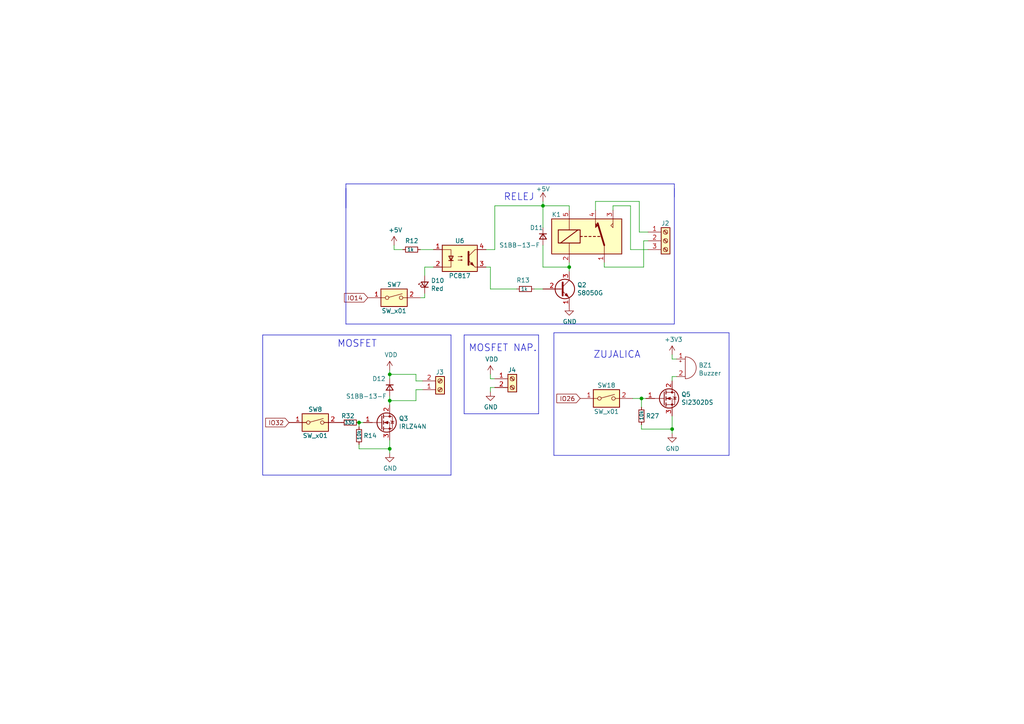
<source format=kicad_sch>
(kicad_sch (version 20230121) (generator eeschema)
  (paper "A4")
  (title_block (title "ESP32IoTPlatform") (date "2022-02-09") (rev "v4r1") (company "TVZ"))
  (lib_symbols
    (symbol "Connector:Screw_Terminal_01x02" (pin_names (offset 1.016) hide)
      (property "Reference" "J" (at 0 2.54 0))
      (property "Value" "Screw_Terminal_01x02" (at 0 -5.08 0))
      (symbol "Screw_Terminal_01x02_1_1"
        (rectangle (start -1.27 1.27) (end 1.27 -3.81) (stroke (width 0.254)) (fill (type background)))
        (circle (center 0 -2.54) (radius 0.635) (stroke (width 0.1524)))
        (polyline (pts (xy -0.5334 -2.2098) (xy 0.3302 -3.048)) (stroke (width 0.1524)))
        (polyline (pts (xy -0.5334 0.3302) (xy 0.3302 -0.508)) (stroke (width 0.1524)))
        (polyline (pts (xy -0.3556 -2.032) (xy 0.508 -2.8702)) (stroke (width 0.1524)))
        (polyline (pts (xy -0.3556 0.508) (xy 0.508 -0.3302)) (stroke (width 0.1524)))
        (circle (center 0 0) (radius 0.635) (stroke (width 0.1524)))
        (pin passive line (at -5.08 0 0) (length 3.81) (name "Pin_1") (number "1"))
        (pin passive line (at -5.08 -2.54 0) (length 3.81) (name "Pin_2") (number "2"))
      )
    )
    (symbol "Connector:Screw_Terminal_01x03" (pin_names (offset 1.016) hide)
      (property "Reference" "J" (at 0 5.08 0))
      (property "Value" "Screw_Terminal_01x03" (at 0 -5.08 0))
      (symbol "Screw_Terminal_01x03_1_1"
        (rectangle (start -1.27 3.81) (end 1.27 -3.81) (stroke (width 0.254)) (fill (type background)))
        (circle (center 0 -2.54) (radius 0.635) (stroke (width 0.1524)))
        (polyline (pts (xy -0.5334 -2.2098) (xy 0.3302 -3.048)) (stroke (width 0.1524)))
        (polyline (pts (xy -0.5334 0.3302) (xy 0.3302 -0.508)) (stroke (width 0.1524)))
        (polyline (pts (xy -0.5334 2.8702) (xy 0.3302 2.032)) (stroke (width 0.1524)))
        (polyline (pts (xy -0.3556 -2.032) (xy 0.508 -2.8702)) (stroke (width 0.1524)))
        (polyline (pts (xy -0.3556 0.508) (xy 0.508 -0.3302)) (stroke (width 0.1524)))
        (polyline (pts (xy -0.3556 3.048) (xy 0.508 2.2098)) (stroke (width 0.1524)))
        (circle (center 0 0) (radius 0.635) (stroke (width 0.1524)))
        (circle (center 0 2.54) (radius 0.635) (stroke (width 0.1524)))
        (pin passive line (at -5.08 2.54 0) (length 3.81) (name "Pin_1") (number "1"))
        (pin passive line (at -5.08 0 0) (length 3.81) (name "Pin_2") (number "2"))
        (pin passive line (at -5.08 -2.54 0) (length 3.81) (name "Pin_3") (number "3"))
      )
    )
    (symbol "Device:Buzzer" (pin_names (offset 0.0254) hide)
      (property "Reference" "BZ" (at 3.81 1.27 0))
      (property "Value" "Buzzer" (at 3.81 -1.27 0))
      (symbol "Buzzer_0_1"
        (arc (start 0 -3.175) (mid 3.1612 0) (end 0 3.175))
        (polyline (pts (xy -1.651 1.905) (xy -1.143 1.905)))
        (polyline (pts (xy -1.397 2.159) (xy -1.397 1.651)))
        (polyline (pts (xy 0 3.175) (xy 0 -3.175)))
      )
      (symbol "Buzzer_1_1"
        (pin passive line (at -2.54 2.54 0) (length 2.54) (name "-") (number "1"))
        (pin passive line (at -2.54 -2.54 0) (length 2.54) (name "+") (number "2"))
      )
    )
    (symbol "Device:D_Small" (pin_numbers hide) (pin_names (offset 0.254) hide)
      (property "Reference" "D" (at -1.27 2.032 0))
      (property "Value" "D_Small" (at -3.81 -2.032 0))
      (symbol "D_Small_0_1"
        (polyline (pts (xy -0.762 -1.016) (xy -0.762 1.016)) (stroke (width 0.254)))
        (polyline (pts (xy -0.762 0) (xy 0.762 0)))
        (polyline (pts (xy 0.762 -1.016) (xy -0.762 0) (xy 0.762 1.016) (xy 0.762 -1.016)) (stroke (width 0.254)))
      )
      (symbol "D_Small_1_1"
        (pin passive line (at -2.54 0 0) (length 1.778) (name "K") (number "1"))
        (pin passive line (at 2.54 0 180) (length 1.778) (name "A") (number "2"))
      )
    )
    (symbol "Device:LED_Small" (pin_numbers hide) (pin_names (offset 0.254) hide)
      (property "Reference" "D" (at -1.27 3.175 0))
      (property "Value" "LED_Small" (at -4.445 -2.54 0))
      (symbol "LED_Small_0_1"
        (polyline (pts (xy -0.762 -1.016) (xy -0.762 1.016)) (stroke (width 0.254)))
        (polyline (pts (xy 1.016 0) (xy -0.762 0)))
        (polyline (pts (xy 0.762 -1.016) (xy -0.762 0) (xy 0.762 1.016) (xy 0.762 -1.016)) (stroke (width 0.254)))
        (polyline (pts (xy 0 0.762) (xy -0.508 1.27) (xy -0.254 1.27) (xy -0.508 1.27) (xy -0.508 1.016)))
        (polyline (pts (xy 0.508 1.27) (xy 0 1.778) (xy 0.254 1.778) (xy 0 1.778) (xy 0 1.524)))
      )
      (symbol "LED_Small_1_1"
        (pin passive line (at -2.54 0 0) (length 1.778) (name "K") (number "1"))
        (pin passive line (at 2.54 0 180) (length 1.778) (name "A") (number "2"))
      )
    )
    (symbol "Device:R_Small" (pin_numbers hide) (pin_names (offset 0.254) hide)
      (property "Reference" "R" (at 0.762 0.508 0))
      (property "Value" "R_Small" (at 0.762 -1.016 0))
      (symbol "R_Small_0_1"
        (rectangle (start -0.762 1.778) (end 0.762 -1.778) (stroke (width 0.2032)))
      )
      (symbol "R_Small_1_1"
        (pin passive line (at 0 2.54 270) (length 0.762) (name "~") (number "1"))
        (pin passive line (at 0 -2.54 90) (length 0.762) (name "~") (number "2"))
      )
    )
    (symbol "Isolator:PC817" (pin_names (offset 1.016))
      (property "Reference" "U" (at -5.08 5.08 0))
      (property "Value" "PC817" (at 0 5.08 0))
      (symbol "PC817_0_1"
        (rectangle (start -5.08 3.81) (end 5.08 -3.81) (stroke (width 0.254)) (fill (type background)))
        (polyline (pts (xy -3.175 -0.635) (xy -1.905 -0.635)) (stroke (width 0.254)))
        (polyline (pts (xy 2.54 0.635) (xy 4.445 2.54)))
        (polyline (pts (xy 4.445 -2.54) (xy 2.54 -0.635)) (fill (type outline)))
        (polyline (pts (xy 4.445 -2.54) (xy 5.08 -2.54)))
        (polyline (pts (xy 4.445 2.54) (xy 5.08 2.54)))
        (polyline (pts (xy -5.08 2.54) (xy -2.54 2.54) (xy -2.54 -0.635)))
        (polyline (pts (xy -2.54 -0.635) (xy -2.54 -2.54) (xy -5.08 -2.54)))
        (polyline (pts (xy 2.54 1.905) (xy 2.54 -1.905) (xy 2.54 -1.905)) (stroke (width 0.508)))
        (polyline (pts (xy -2.54 -0.635) (xy -3.175 0.635) (xy -1.905 0.635) (xy -2.54 -0.635)) (stroke (width 0.254)))
        (polyline (pts (xy -0.508 -0.508) (xy 0.762 -0.508) (xy 0.381 -0.635) (xy 0.381 -0.381) (xy 0.762 -0.508)))
        (polyline (pts (xy -0.508 0.508) (xy 0.762 0.508) (xy 0.381 0.381) (xy 0.381 0.635) (xy 0.762 0.508)))
        (polyline (pts (xy 3.048 -1.651) (xy 3.556 -1.143) (xy 4.064 -2.159) (xy 3.048 -1.651) (xy 3.048 -1.651)) (fill (type outline)))
      )
      (symbol "PC817_1_1"
        (pin passive line (at -7.62 2.54 0) (length 2.54) (name "~") (number "1"))
        (pin passive line (at -7.62 -2.54 0) (length 2.54) (name "~") (number "2"))
        (pin passive line (at 7.62 -2.54 180) (length 2.54) (name "~") (number "3"))
        (pin passive line (at 7.62 2.54 180) (length 2.54) (name "~") (number "4"))
      )
    )
    (symbol "Relay:SANYOU_SRD_Form_C"
      (property "Reference" "K" (at 11.43 3.81 0))
      (property "Value" "SANYOU_SRD_Form_C" (at 11.43 1.27 0))
      (symbol "SANYOU_SRD_Form_C_0_0"
        (polyline (pts (xy 7.62 5.08) (xy 7.62 2.54) (xy 6.985 3.175) (xy 7.62 3.81)))
      )
      (symbol "SANYOU_SRD_Form_C_0_1"
        (rectangle (start -10.16 5.08) (end 10.16 -5.08) (stroke (width 0.254)) (fill (type background)))
        (rectangle (start -8.255 1.905) (end -1.905 -1.905) (stroke (width 0.254)))
        (polyline (pts (xy -7.62 -1.905) (xy -2.54 1.905)) (stroke (width 0.254)))
        (polyline (pts (xy -5.08 -5.08) (xy -5.08 -1.905)))
        (polyline (pts (xy -5.08 5.08) (xy -5.08 1.905)))
        (polyline (pts (xy -1.905 0) (xy -1.27 0)) (stroke (width 0.254)))
        (polyline (pts (xy -0.635 0) (xy 0 0)) (stroke (width 0.254)))
        (polyline (pts (xy 0.635 0) (xy 1.27 0)) (stroke (width 0.254)))
        (polyline (pts (xy 1.905 0) (xy 2.54 0)) (stroke (width 0.254)))
        (polyline (pts (xy 3.175 0) (xy 3.81 0)) (stroke (width 0.254)))
        (polyline (pts (xy 5.08 -2.54) (xy 3.175 3.81)) (stroke (width 0.508)))
        (polyline (pts (xy 5.08 -2.54) (xy 5.08 -5.08)))
      )
      (symbol "SANYOU_SRD_Form_C_1_1"
        (polyline (pts (xy 2.54 3.81) (xy 3.175 3.175) (xy 2.54 2.54) (xy 2.54 5.08)) (fill (type outline)))
        (pin passive line (at 5.08 -7.62 90) (length 2.54) (name "~") (number "1"))
        (pin passive line (at -5.08 -7.62 90) (length 2.54) (name "~") (number "2"))
        (pin passive line (at 7.62 7.62 270) (length 2.54) (name "~") (number "3"))
        (pin passive line (at 2.54 7.62 270) (length 2.54) (name "~") (number "4"))
        (pin passive line (at -5.08 7.62 270) (length 2.54) (name "~") (number "5"))
      )
    )
    (symbol "Switch:SW_DIP_x01" (pin_names (offset 0) hide)
      (property "Reference" "SW" (at 0 3.81 0))
      (property "Value" "SW_DIP_x01" (at 0 -3.81 0))
      (symbol "SW_DIP_x01_0_0"
        (circle (center -2.032 0) (radius 0.508))
        (polyline (pts (xy -1.524 0.127) (xy 2.3622 1.1684)))
        (circle (center 2.032 0) (radius 0.508))
      )
      (symbol "SW_DIP_x01_0_1"
        (rectangle (start -3.81 2.54) (end 3.81 -2.54) (stroke (width 0.254)) (fill (type background)))
      )
      (symbol "SW_DIP_x01_1_1"
        (pin passive line (at -7.62 0 0) (length 5.08) (name "~") (number "1"))
        (pin passive line (at 7.62 0 180) (length 5.08) (name "~") (number "2"))
      )
    )
    (symbol "Transistor_BJT:S8050" (pin_names (offset 0) hide)
      (property "Reference" "Q" (at 5.08 1.905 0))
      (property "Value" "S8050" (at 5.08 0 0))
      (symbol "S8050_0_1"
        (polyline (pts (xy 0 0) (xy 0.635 0)))
        (polyline (pts (xy 0.635 0.635) (xy 2.54 2.54)))
        (polyline (pts (xy 0.635 -0.635) (xy 2.54 -2.54) (xy 2.54 -2.54)))
        (polyline (pts (xy 0.635 1.905) (xy 0.635 -1.905) (xy 0.635 -1.905)) (stroke (width 0.508)))
        (polyline (pts (xy 1.27 -1.778) (xy 1.778 -1.27) (xy 2.286 -2.286) (xy 1.27 -1.778) (xy 1.27 -1.778)) (fill (type outline)))
        (circle (center 1.27 0) (radius 2.8194) (stroke (width 0.254)))
      )
      (symbol "S8050_1_1"
        (pin passive line (at 2.54 -5.08 90) (length 2.54) (name "E") (number "1"))
        (pin input line (at -5.08 0 0) (length 5.08) (name "B") (number "2"))
        (pin passive line (at 2.54 5.08 270) (length 2.54) (name "C") (number "3"))
      )
    )
    (symbol "Transistor_FET:IRLZ44N" (pin_names hide)
      (property "Reference" "Q" (at 6.35 1.905 0))
      (property "Value" "IRLZ44N" (at 6.35 0 0))
      (symbol "IRLZ44N_0_1"
        (polyline (pts (xy 0.254 0) (xy -2.54 0)))
        (polyline (pts (xy 0.254 1.905) (xy 0.254 -1.905)) (stroke (width 0.254)))
        (polyline (pts (xy 0.762 -1.27) (xy 0.762 -2.286)) (stroke (width 0.254)))
        (polyline (pts (xy 0.762 0.508) (xy 0.762 -0.508)) (stroke (width 0.254)))
        (polyline (pts (xy 0.762 2.286) (xy 0.762 1.27)) (stroke (width 0.254)))
        (polyline (pts (xy 2.54 2.54) (xy 2.54 1.778)))
        (polyline (pts (xy 2.54 -2.54) (xy 2.54 0) (xy 0.762 0)))
        (polyline (pts (xy 0.762 -1.778) (xy 3.302 -1.778) (xy 3.302 1.778) (xy 0.762 1.778)))
        (polyline (pts (xy 1.016 0) (xy 2.032 0.381) (xy 2.032 -0.381) (xy 1.016 0)) (fill (type outline)))
        (polyline (pts (xy 2.794 0.508) (xy 2.921 0.381) (xy 3.683 0.381) (xy 3.81 0.254)))
        (polyline (pts (xy 3.302 0.381) (xy 2.921 -0.254) (xy 3.683 -0.254) (xy 3.302 0.381)))
        (circle (center 1.651 0) (radius 2.794) (stroke (width 0.254)))
        (circle (center 2.54 -1.778) (radius 0.254) (fill (type outline)))
        (circle (center 2.54 1.778) (radius 0.254) (fill (type outline)))
      )
      (symbol "IRLZ44N_1_1"
        (pin input line (at -5.08 0 0) (length 2.54) (name "G") (number "1"))
        (pin passive line (at 2.54 5.08 270) (length 2.54) (name "D") (number "2"))
        (pin passive line (at 2.54 -5.08 90) (length 2.54) (name "S") (number "3"))
      )
    )
    (symbol "power:+3V3" (power) (pin_names (offset 0))
      (property "Value" "+3V3" (at 0 3.556 0))
      (symbol "+3V3_0_1"
        (polyline (pts (xy -0.762 1.27) (xy 0 2.54)))
        (polyline (pts (xy 0 0) (xy 0 2.54)))
        (polyline (pts (xy 0 2.54) (xy 0.762 1.27)))
      )
      (symbol "+3V3_1_1"
        (pin power_in line (at 0 0 90) (length 0) hide (name "+3V3") (number "1"))
      )
    )
    (symbol "power:+5V" (power) (pin_names (offset 0))
      (property "Value" "+5V" (at 0 3.556 0))
      (symbol "+5V_0_1"
        (polyline (pts (xy -0.762 1.27) (xy 0 2.54)))
        (polyline (pts (xy 0 0) (xy 0 2.54)))
        (polyline (pts (xy 0 2.54) (xy 0.762 1.27)))
      )
      (symbol "+5V_1_1"
        (pin power_in line (at 0 0 90) (length 0) hide (name "+5V") (number "1"))
      )
    )
    (symbol "power:GND" (power) (pin_names (offset 0))
      (property "Value" "GND" (at 0 -3.81 0))
      (symbol "GND_0_1"
        (polyline (pts (xy 0 0) (xy 0 -1.27) (xy 1.27 -1.27) (xy 0 -2.54) (xy -1.27 -1.27) (xy 0 -1.27)))
      )
      (symbol "GND_1_1"
        (pin power_in line (at 0 0 270) (length 0) hide (name "GND") (number "1"))
      )
    )
    (symbol "power:VDD" (power) (pin_names (offset 0))
      (property "Value" "VDD" (at 0 3.81 0))
      (symbol "VDD_0_1"
        (polyline (pts (xy -0.762 1.27) (xy 0 2.54)))
        (polyline (pts (xy 0 0) (xy 0 2.54)))
        (polyline (pts (xy 0 2.54) (xy 0.762 1.27)))
      )
      (symbol "VDD_1_1"
        (pin power_in line (at 0 0 90) (length 0) hide (name "VDD") (number "1"))
      )
    )
  )
  (junction (at 186.055 115.57))
  (junction (at 113.03 108.585))
  (junction (at 113.03 130.175))
  (junction (at 157.48 59.69))
  (junction (at 194.945 124.46))
  (junction (at 165.1 77.47))
  (junction (at 104.14 122.555))
  (junction (at 113.03 116.205))
  (wire (pts (xy 186.055 115.57) (xy 186.055 118.11)))
  (wire (pts (xy 104.14 130.175) (xy 113.03 130.175)))
  (wire (pts (xy 120.65 113.03) (xy 120.65 116.205)))
  (polyline (pts (xy 211.455 132.08) (xy 211.455 96.52)))
  (wire (pts (xy 104.14 128.905) (xy 104.14 130.175)))
  (polyline (pts (xy 76.2 97.155) (xy 130.81 97.155)))
  (wire (pts (xy 113.03 116.205) (xy 120.65 116.205)))
  (polyline (pts (xy 211.455 96.52) (xy 160.655 96.52)))
  (wire (pts (xy 143.51 72.39) (xy 140.97 72.39)))
  (wire (pts (xy 165.1 77.47) (xy 157.48 77.47)))
  (wire (pts (xy 123.19 77.47) (xy 123.19 80.01)))
  (wire (pts (xy 113.03 130.175) (xy 113.03 127.635)))
  (wire (pts (xy 165.1 76.2) (xy 165.1 77.47)))
  (wire (pts (xy 142.24 77.47) (xy 142.24 83.82)))
  (wire (pts (xy 157.48 83.82) (xy 154.94 83.82)))
  (polyline (pts (xy 130.81 97.155) (xy 130.81 137.795)))
  (wire (pts (xy 175.26 76.2) (xy 175.26 77.47)))
  (polyline (pts (xy 195.58 53.34) (xy 100.33 53.34)))
  (polyline (pts (xy 160.655 132.08) (xy 211.455 132.08)))
  (wire (pts (xy 125.73 77.47) (xy 123.19 77.47)))
  (wire (pts (xy 142.24 112.395) (xy 143.51 112.395)))
  (wire (pts (xy 194.945 109.22) (xy 194.945 110.49)))
  (polyline (pts (xy 76.2 137.795) (xy 76.2 97.155)))
  (wire (pts (xy 187.96 72.39) (xy 182.88 72.39)))
  (wire (pts (xy 185.42 67.31) (xy 187.96 67.31)))
  (wire (pts (xy 122.555 113.03) (xy 120.65 113.03)))
  (polyline (pts (xy 195.58 54.61) (xy 195.58 93.98)))
  (wire (pts (xy 187.325 115.57) (xy 186.055 115.57)))
  (wire (pts (xy 142.24 113.665) (xy 142.24 112.395)))
  (polyline (pts (xy 195.58 57.15) (xy 195.58 53.34)))
  (wire (pts (xy 157.48 58.42) (xy 157.48 59.69)))
  (wire (pts (xy 157.48 59.69) (xy 157.48 66.04)))
  (wire (pts (xy 104.14 122.555) (xy 105.41 122.555)))
  (wire (pts (xy 186.69 69.85) (xy 187.96 69.85)))
  (wire (pts (xy 185.42 58.42) (xy 185.42 67.31)))
  (wire (pts (xy 165.1 60.96) (xy 165.1 59.69)))
  (wire (pts (xy 196.215 104.14) (xy 194.945 104.14)))
  (polyline (pts (xy 160.655 96.52) (xy 160.655 132.08)))
  (wire (pts (xy 183.515 115.57) (xy 186.055 115.57)))
  (wire (pts (xy 182.88 72.39) (xy 182.88 59.69)))
  (wire (pts (xy 143.51 59.69) (xy 157.48 59.69)))
  (wire (pts (xy 113.03 131.445) (xy 113.03 130.175)))
  (wire (pts (xy 194.945 125.73) (xy 194.945 124.46)))
  (wire (pts (xy 186.69 77.47) (xy 186.69 69.85)))
  (wire (pts (xy 113.03 108.585) (xy 113.03 109.855)))
  (wire (pts (xy 194.945 104.14) (xy 194.945 102.87)))
  (wire (pts (xy 120.65 110.49) (xy 120.65 108.585)))
  (wire (pts (xy 196.215 109.22) (xy 194.945 109.22)))
  (wire (pts (xy 142.24 108.585) (xy 142.24 109.855)))
  (wire (pts (xy 177.8 59.69) (xy 177.8 60.96)))
  (wire (pts (xy 104.14 123.825) (xy 104.14 122.555)))
  (wire (pts (xy 123.19 86.36) (xy 123.19 85.09)))
  (wire (pts (xy 175.26 77.47) (xy 186.69 77.47)))
  (polyline (pts (xy 100.33 53.34) (xy 100.33 60.325)))
  (polyline (pts (xy 100.33 54.61) (xy 100.33 93.98)))
  (wire (pts (xy 172.72 58.42) (xy 185.42 58.42)))
  (wire (pts (xy 157.48 77.47) (xy 157.48 71.12)))
  (wire (pts (xy 113.03 107.315) (xy 113.03 108.585)))
  (wire (pts (xy 113.03 114.935) (xy 113.03 116.205)))
  (wire (pts (xy 120.65 108.585) (xy 113.03 108.585)))
  (polyline (pts (xy 156.21 97.155) (xy 156.21 120.015)))
  (wire (pts (xy 186.055 124.46) (xy 194.945 124.46)))
  (wire (pts (xy 143.51 59.69) (xy 143.51 72.39)))
  (wire (pts (xy 142.24 109.855) (xy 143.51 109.855)))
  (polyline (pts (xy 134.62 97.155) (xy 134.62 120.015)))
  (wire (pts (xy 121.92 72.39) (xy 125.73 72.39)))
  (wire (pts (xy 122.555 110.49) (xy 120.65 110.49)))
  (wire (pts (xy 142.24 77.47) (xy 140.97 77.47)))
  (wire (pts (xy 142.24 83.82) (xy 149.86 83.82)))
  (wire (pts (xy 172.72 58.42) (xy 172.72 60.96)))
  (wire (pts (xy 113.03 116.205) (xy 113.03 117.475)))
  (polyline (pts (xy 156.21 120.015) (xy 134.62 120.015)))
  (wire (pts (xy 182.88 59.69) (xy 177.8 59.69)))
  (polyline (pts (xy 130.81 137.795) (xy 76.2 137.795)))
  (polyline (pts (xy 195.58 93.98) (xy 100.33 93.98)))
  (wire (pts (xy 194.945 124.46) (xy 194.945 120.65)))
  (wire (pts (xy 165.1 59.69) (xy 157.48 59.69)))
  (wire (pts (xy 186.055 123.19) (xy 186.055 124.46)))
  (wire (pts (xy 165.1 78.74) (xy 165.1 77.47)))
  (wire (pts (xy 114.3 72.39) (xy 116.84 72.39)))
  (wire (pts (xy 114.3 71.12) (xy 114.3 72.39)))
  (wire (pts (xy 121.92 86.36) (xy 123.19 86.36)))
  (polyline (pts (xy 134.62 97.155) (xy 156.21 97.155)))
  (text "ZUJALICA" (at 172.085 104.14 0) (effects (font (size 2.0066 2.0066)) (justify left bottom)))
  (text "MOSFET NAP." (at 135.89 102.235 0) (effects (font (size 2.0066 2.0066)) (justify left bottom)))
  (text "RELEJ" (at 146.05 58.42 0) (effects (font (size 2.0066 2.0066)) (justify left bottom)))
  (text "MOSFET" (at 97.79 100.965 0) (effects (font (size 2.0066 2.0066)) (justify left bottom)))
  (global_label "IO32" (shape input) (at 83.82 122.555 180) (property "Intersheetrefs" "${INTERSHEET_REFS}" (effects hide)))
  (global_label "IO14" (shape input) (at 106.68 86.36 180) (property "Intersheetrefs" "${INTERSHEET_REFS}" (effects hide)))
  (global_label "IO26" (shape input) (at 168.275 115.57 180) (property "Intersheetrefs" "${INTERSHEET_REFS}" (effects hide)))
  (symbol (lib_id "Transistor_FET:IRLZ44N") (at 110.49 122.555 0) (unit 1)
    (property "Reference" "Q3" (at 115.6716 121.3866 0) (effects (justify left)))
    (property "Value" "IRLZ44N" (at 115.6716 123.698 0) (effects (justify left)))
    (property "Footprint" "Package_TO_SOT_THT:TO-220-3_Vertical" (effects hide))
    (property "Datasheet" "http://www.irf.com/product-info/datasheets/data/irlz44n.pdf" (effects hide))
  )
  (symbol (lib_id "power:GND") (at 113.03 131.445 0) (unit 1)
    (property "Reference" "#PWR0158" (effects hide))
    (property "Value" "GND" (at 113.157 135.8392 0))
  )
  (symbol (lib_id "Device:R_Small") (at 119.38 72.39 90) (unit 1)
    (property "Reference" "R12" (at 117.475 69.85 90) (effects (justify right)))
    (property "Value" "1k" (at 118.11 72.39 90) (effects (font (size 1 1)) (justify right)))
    (property "Footprint" "Resistor_SMD:R_0805_2012Metric" (effects hide))
  )
  (symbol (lib_id "Device:D_Small") (at 157.48 68.58 270) (unit 1)
    (property "Reference" "D11" (at 153.67 66.04 90) (effects (justify left)))
    (property "Value" "S1BB-13-F" (at 144.78 71.12 90) (effects (justify left)))
    (property "Footprint" "Diode_SMD:D_SMA" (effects hide))
  )
  (symbol (lib_id "Transistor_FET:IRLZ44N") (at 192.405 115.57 0) (unit 1)
    (property "Reference" "Q5" (at 197.5866 114.4016 0) (effects (justify left)))
    (property "Value" "SI2302DS" (at 197.5866 116.713 0) (effects (justify left)))
    (property "Footprint" "Package_TO_SOT_SMD:SOT-23" (effects hide))
    (property "Datasheet" "http://www.irf.com/product-info/datasheets/data/irlz44n.pdf" (effects hide))
  )
  (symbol (lib_id "power:GND") (at 194.945 125.73 0) (unit 1)
    (property "Reference" "#PWR0155" (effects hide))
    (property "Value" "GND" (at 195.072 130.1242 0))
  )
  (symbol (lib_id "Device:LED_Small") (at 123.19 82.55 90) (unit 1)
    (property "Reference" "D10" (at 124.968 81.3816 90) (effects (justify right)))
    (property "Value" "Red" (at 124.968 83.693 90) (effects (justify right)))
    (property "Footprint" "LED_SMD:LED_0805_2012Metric" (effects hide))
  )
  (symbol (lib_id "Device:R_Small") (at 152.4 83.82 270) (unit 1)
    (property "Reference" "R13" (at 153.67 81.28 90) (effects (justify right)))
    (property "Value" "1k" (at 153.035 83.82 90) (effects (font (size 1 1)) (justify right)))
    (property "Footprint" "Resistor_SMD:R_0805_2012Metric" (effects hide))
  )
  (symbol (lib_id "power:GND") (at 142.24 113.665 0) (unit 1)
    (property "Reference" "#PWR0152" (effects hide))
    (property "Value" "GND" (at 142.367 118.0592 0))
  )
  (symbol (lib_id "Transistor_BJT:S8050") (at 162.56 83.82 0) (unit 1)
    (property "Reference" "Q2" (at 167.386 82.6516 0) (effects (justify left)))
    (property "Value" "S8050G" (at 167.386 84.963 0) (effects (justify left)))
    (property "Footprint" "Package_TO_SOT_SMD:SOT-23" (effects hide))
    (property "Datasheet" "http://www.unisonic.com.tw/datasheet/S8050.pdf" (effects hide))
  )
  (symbol (lib_id "Device:D_Small") (at 113.03 112.395 270) (unit 1)
    (property "Reference" "D12" (at 107.95 109.855 90) (effects (justify left)))
    (property "Value" "S1BB-13-F" (at 100.33 114.935 90) (effects (justify left)))
    (property "Footprint" "Diode_SMD:D_SMA" (effects hide))
  )
  (symbol (lib_id "Switch:SW_DIP_x01") (at 91.44 122.555 0) (unit 1)
    (property "Reference" "SW8" (at 91.44 118.745 0))
    (property "Value" "SW_x01" (at 91.44 126.365 0))
    (property "Footprint" "Button_Switch_SMD:SW_DIP_SPSTx01_Slide_6.7x4.1mm_W6.73mm_P2.54mm_LowProfile_JPin" (effects hide))
  )
  (symbol (lib_id "Isolator:PC817") (at 133.35 74.93 0) (unit 1)
    (property "Reference" "U6" (at 133.35 69.85 0))
    (property "Value" "PC817" (at 133.35 80.01 0))
    (property "Footprint" "Package_DIP:DIP-4_W7.62mm" (effects hide))
    (property "Datasheet" "http://www.soselectronic.cz/a_info/resource/d/pc817.pdf" (effects hide))
  )
  (symbol (lib_id "Connector:Screw_Terminal_01x02") (at 127.635 113.03 0) (mirror x) (unit 1)
    (property "Reference" "J3" (at 126.365 107.95 0) (effects (justify left)))
    (property "Value" "Screw_Terminal_01x02" (effects hide))
    (property "Footprint" "TerminalBlock_Phoenix:TerminalBlock_Phoenix_MKDS-1,5-2-5.08_1x02_P5.08mm_Horizontal" (effects hide))
  )
  (symbol (lib_id "Switch:SW_DIP_x01") (at 114.3 86.36 0) (unit 1)
    (property "Reference" "SW7" (at 114.3 82.55 0))
    (property "Value" "SW_x01" (at 114.3 90.17 0))
    (property "Footprint" "Button_Switch_SMD:SW_DIP_SPSTx01_Slide_6.7x4.1mm_W6.73mm_P2.54mm_LowProfile_JPin" (effects hide))
  )
  (symbol (lib_id "Connector:Screw_Terminal_01x02") (at 148.59 109.855 0) (unit 1)
    (property "Reference" "J4" (at 147.32 107.315 0) (effects (justify left)))
    (property "Value" "Screw_Terminal_01x02" (effects hide))
    (property "Footprint" "TerminalBlock_Phoenix:TerminalBlock_Phoenix_MKDS-1,5-2-5.08_1x02_P5.08mm_Horizontal" (effects hide))
  )
  (symbol (lib_id "power:GND") (at 165.1 88.9 0) (unit 1)
    (property "Reference" "#PWR0156" (effects hide))
    (property "Value" "GND" (at 165.227 93.2942 0))
  )
  (symbol (lib_id "power:+3V3") (at 194.945 102.87 0) (unit 1)
    (property "Reference" "#PWR0154" (effects hide))
    (property "Value" "+3V3" (at 195.326 98.4758 0))
  )
  (symbol (lib_id "power:VDD") (at 142.24 108.585 0) (unit 1)
    (property "Reference" "#PWR0153" (effects hide))
    (property "Value" "VDD" (at 142.621 104.1908 0))
  )
  (symbol (lib_id "Connector:Screw_Terminal_01x03") (at 193.04 69.85 0) (unit 1)
    (property "Reference" "J2" (at 191.77 64.77 0) (effects (justify left)))
    (property "Value" "Screw_Terminal_01x03" (effects hide))
    (property "Footprint" "TerminalBlock_Phoenix:TerminalBlock_Phoenix_MKDS-1,5-3-5.08_1x03_P5.08mm_Horizontal" (effects hide))
  )
  (symbol (lib_id "Device:R_Small") (at 186.055 120.65 0) (unit 1)
    (property "Reference" "R27" (at 187.325 120.65 0) (effects (justify left)))
    (property "Value" "10k" (at 186.055 121.92 90) (effects (font (size 1 1)) (justify left)))
    (property "Footprint" "Resistor_SMD:R_0805_2012Metric" (effects hide))
  )
  (symbol (lib_id "power:+5V") (at 157.48 58.42 0) (unit 1)
    (property "Reference" "#PWR0151" (effects hide))
    (property "Value" "+5V" (at 157.48 54.8155 0))
  )
  (symbol (lib_id "Device:R_Small") (at 104.14 126.365 0) (unit 1)
    (property "Reference" "R14" (at 105.41 126.365 0) (effects (justify left)))
    (property "Value" "10k" (at 104.14 127.635 90) (effects (font (size 1 1)) (justify left)))
    (property "Footprint" "Resistor_SMD:R_0805_2012Metric" (effects hide))
  )
  (symbol (lib_id "Device:Buzzer") (at 198.755 106.68 0) (unit 1)
    (property "Reference" "BZ1" (at 202.6158 105.9434 0) (effects (justify left)))
    (property "Value" "Buzzer" (at 202.6158 108.2548 0) (effects (justify left)))
    (property "Footprint" "ESP32IoTPlatform:PS1240P02BT" (effects hide))
  )
  (symbol (lib_id "Switch:SW_DIP_x01") (at 175.895 115.57 0) (unit 1)
    (property "Reference" "SW18" (at 175.895 111.76 0))
    (property "Value" "SW_x01" (at 175.895 119.38 0))
    (property "Footprint" "Button_Switch_SMD:SW_DIP_SPSTx01_Slide_6.7x4.1mm_W6.73mm_P2.54mm_LowProfile_JPin" (effects hide))
  )
  (symbol (lib_id "Relay:SANYOU_SRD_Form_C") (at 170.18 68.58 0) (unit 1)
    (property "Reference" "K1" (at 160.02 62.23 0) (effects (justify left)))
    (property "Value" "SANYOU_SRD_Form_C" (effects hide))
    (property "Footprint" "ESP32IoTPlatform:Relay_SPDT_SANYOU_SRD_Series_Form_C" (effects hide))
    (property "Datasheet" "http://www.sanyourelay.ca/public/products/pdf/SRD.pdf" (effects hide))
  )
  (symbol (lib_id "power:VDD") (at 113.03 107.315 0) (unit 1)
    (property "Reference" "#PWR0159" (effects hide))
    (property "Value" "VDD" (at 113.411 102.9208 0))
  )
  (symbol (lib_id "Device:R_Small") (at 101.6 122.555 90) (unit 1)
    (property "Reference" "R32" (at 102.87 120.65 90) (effects (justify left)))
    (property "Value" "330" (at 102.87 122.555 90) (effects (font (size 1 1)) (justify left)))
    (property "Footprint" "Resistor_SMD:R_0805_2012Metric" (effects hide))
  )
  (symbol (lib_id "power:+5V") (at 114.3 71.12 0) (unit 1)
    (property "Reference" "#PWR0157" (effects hide))
    (property "Value" "+5V" (at 114.681 66.7258 0))
  )
)
</source>
